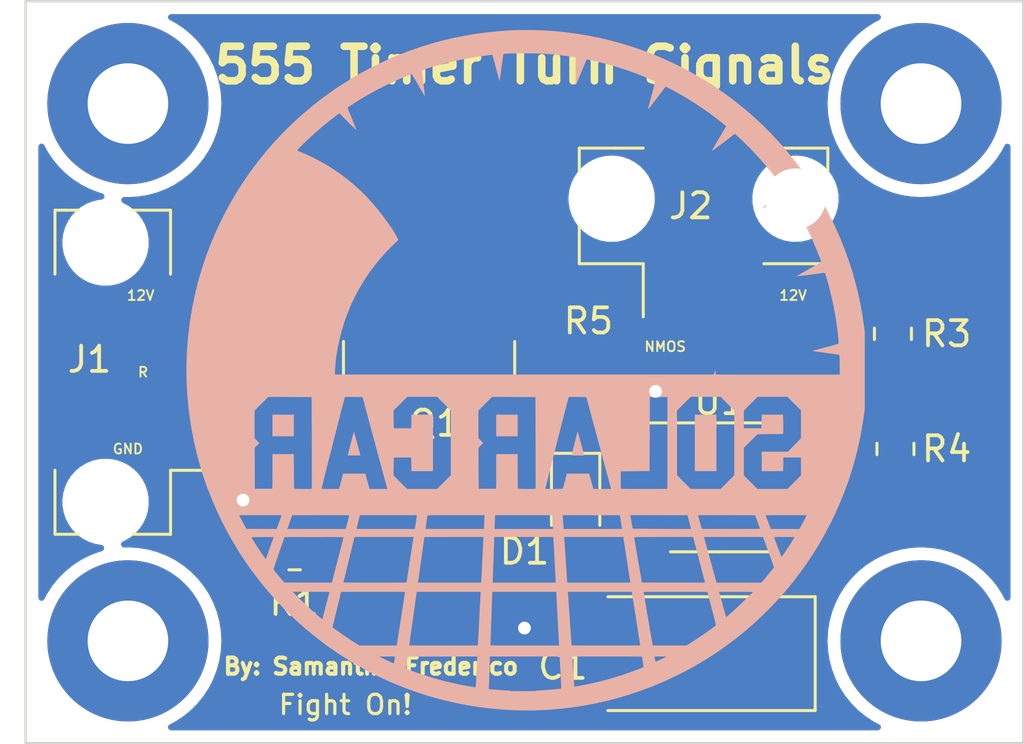
<source format=kicad_pcb>
(kicad_pcb (version 20211014) (generator pcbnew)
  (layers (0 "F.Cu" signal) (31 "B.Cu" signal) (36 "B.SilkS" user "B.Silkscreen") (37 "F.SilkS" user "F.Silkscreen") (38 "B.Mask" user) (39 "F.Mask" user) (44 "Edge.Cuts" user))
  (net 0 "")
  (net 1 "GND")
  (net 2 "Net-(D1-Pad1)")
  (net 3 "Net-(D1-Pad2)")
  (net 4 "+12V")
  (net 5 "Net-(J1-Pad2)")
  (net 6 "Net-(J2-Pad1)")
  (net 7 "Net-(R3-Pad2)")
  (net 9 "Net-(R4-Pad2)")
  (footprint "Package_TO_SOT_SMD:TO-252-2_TabPin1" (layer "F.Cu") (at 136.42 74.71 90)
    (fp_text reference "Q1" (at -4.03 0.232 180) (layer "F.SilkS"))
    (fp_text value "Q_NMOS_DGS" hide)
    (pad "1" smd rect (at 2.825 0 90) (size 7 7) (layers "F.Cu" "F.Mask") (net 6 "Net-(J2-Pad1)"))
    (pad "2" smd rect (at -4.575 -2.3 90) (size 3.5 2) (layers "F.Cu" "F.Paste" "F.Mask") (net 3 "Net-(D1-Pad2)"))
    (pad "3" smd rect (at -4.575 2.28 90) (size 3.5 2) (layers "F.Cu" "F.Paste" "F.Mask") (net 1 "GND"))
  )
  (footprint "MountingHole:MountingHole_3.2mm_M3_Pad" (layer "F.Cu") (at 124.46 87.376)
    (fp_text reference "REF**" hide)
    (fp_text value "MountingHole_3.2mm_M3_Pad" hide)
    (pad "1" thru_hole circle (at 0 0) (size 6.4 6.4) (drill 3.2) (layers *.Cu *.Mask))
  )
  (footprint "Package_SO:SOIC-8_3.9x4.9mm_P1.27mm" (layer "F.Cu") (at 147.955 81.28)
    (fp_text reference "U1" (at 0 -3.4) (layer "F.SilkS"))
    (fp_text value "NE555D" hide)
    (pad "1" smd roundrect (at -2.475 -1.905) (size 1.95 0.6) (layers "F.Cu" "F.Paste" "F.Mask") (net 1 "GND"))
    (pad "2" smd roundrect (at -2.475 -0.635) (size 1.95 0.6) (layers "F.Cu" "F.Paste" "F.Mask") (net 9 "Net-(R4-Pad2)"))
    (pad "3" smd roundrect (at -2.475 0.635) (size 1.95 0.6) (layers "F.Cu" "F.Paste" "F.Mask") (net 3 "Net-(D1-Pad2)"))
    (pad "4" smd roundrect (at -2.475 1.905) (size 1.95 0.6) (layers "F.Cu" "F.Paste" "F.Mask") (net 5 "Net-(J1-Pad2)"))
    (pad "5" smd roundrect (at 2.475 1.905) (size 1.95 0.6) (layers "F.Cu" "F.Paste" "F.Mask"))
    (pad "6" smd roundrect (at 2.475 0.635) (size 1.95 0.6) (layers "F.Cu" "F.Paste" "F.Mask") (net 9 "Net-(R4-Pad2)"))
    (pad "7" smd roundrect (at 2.475 -0.635) (size 1.95 0.6) (layers "F.Cu" "F.Paste" "F.Mask") (net 7 "Net-(R3-Pad2)"))
    (pad "8" smd roundrect (at 2.475 -1.905) (size 1.95 0.6) (layers "F.Cu" "F.Paste" "F.Mask") (net 4 "+12V"))
  )
  (footprint "Resistor_SMD:R_0805_2012Metric_Pad1.20x1.40mm_HandSolder" (layer "F.Cu") (at 131.08 83.82 180)
    (fp_text reference "R1" (at 0.016 -2.032) (layer "F.SilkS"))
    (fp_text value "10k" hide)
    (pad "1" smd roundrect (at -1 0 180) (size 1.2 1.4) (layers "F.Cu" "F.Paste" "F.Mask") (roundrect_rratio 0.208333) (net 5 "Net-(J1-Pad2)"))
    (pad "2" smd roundrect (at 1 0 180) (size 1.2 1.4) (layers "F.Cu" "F.Paste" "F.Mask") (roundrect_rratio 0.208333) (net 1 "GND"))
  )
  (footprint "LED_SMD:LED_0805_2012Metric_Pad1.15x1.40mm_HandSolder" (layer "F.Cu") (at 142.24 81.788 -90)
    (fp_text reference "D1" (at 2.032 2.032) (layer "F.SilkS"))
    (fp_text value "LED" hide)
    (pad "1" smd roundrect (at -1.025 0 270) (size 1.15 1.4) (layers "F.Cu" "F.Paste" "F.Mask") (roundrect_rratio 0.217391) (net 2 "Net-(D1-Pad1)"))
    (pad "2" smd roundrect (at 1.025 0 270) (size 1.15 1.4) (layers "F.Cu" "F.Paste" "F.Mask") (roundrect_rratio 0.217391) (net 3 "Net-(D1-Pad2)"))
  )
  (footprint "Capacitor_Tantalum_SMD:CP_EIA-7343-31_Kemet-D_Pad2.25x2.55mm_HandSolder" (layer "F.Cu") (at 147.168 87.884 180)
    (fp_text reference "C1" (at 5.436 -0.508) (layer "F.SilkS"))
    (fp_text value "100uF")
    (pad "1" smd roundrect (at -3.2 0 180) (size 2.25 2.55) (layers "F.Cu" "F.Paste" "F.Mask") (roundrect_rratio 0.111111) (net 9 "Net-(R4-Pad2)"))
    (pad "2" smd roundrect (at 3.2 0 180) (size 2.25 2.55) (layers "F.Cu" "F.Paste" "F.Mask") (roundrect_rratio 0.111111) (net 1 "GND"))
  )
  (footprint "Resistor_SMD:R_0805_2012Metric_Pad1.20x1.40mm_HandSolder" (layer "F.Cu") (at 130.556 72.136 -90)
    (fp_text reference "R2" (at 3.048 -0.508) (layer "F.SilkS"))
    (fp_text value "10k" hide)
    (pad "1" smd roundrect (at -1 0 270) (size 1.2 1.4) (layers "F.Cu" "F.Paste" "F.Mask") (roundrect_rratio 0.208333) (net 4 "+12V"))
    (pad "2" smd roundrect (at 1 0 270) (size 1.2 1.4) (layers "F.Cu" "F.Paste" "F.Mask") (roundrect_rratio 0.208333) (net 5 "Net-(J1-Pad2)"))
  )
  (footprint "Connector_Molex:Molex_Micro-Fit_3.0_43650-0321_1x03_P3.00mm_Vertical" (layer "F.Cu") (at 123.858 76.708 90)
    (fp_text reference "J1" (at 0.508 -0.922) (layer "F.SilkS"))
    (fp_text value "Conn_01x03_Female" hide)
    (pad "" np_thru_hole circle (at -5.15 -0.285 90) (size 2.41 2.41) (drill 2.41) (layers *.Cu *.Mask))
    (pad "" np_thru_hole circle (at 5.15 -0.285 90) (size 2.41 2.41) (drill 2.41) (layers *.Cu *.Mask))
    (pad "1" smd rect (at -3 3.135 90) (size 1.27 2.54) (layers "F.Cu" "F.Paste" "F.Mask") (net 1 "GND"))
    (pad "2" smd rect (at 0 3.135 90) (size 1.27 2.54) (layers "F.Cu" "F.Paste" "F.Mask") (net 5 "Net-(J1-Pad2)"))
    (pad "3" smd rect (at 3 3.135 90) (size 1.27 2.54) (layers "F.Cu" "F.Paste" "F.Mask") (net 4 "+12V"))
  )
  (footprint "Resistor_SMD:R_0805_2012Metric_Pad1.20x1.40mm_HandSolder" (layer "F.Cu") (at 154.94 79.756 -90)
    (fp_text reference "R4" (at 0 -2.032 180) (layer "F.SilkS"))
    (fp_text value "20k" hide)
    (pad "1" smd roundrect (at -1 0 270) (size 1.2 1.4) (layers "F.Cu" "F.Paste" "F.Mask") (roundrect_rratio 0.208333) (net 7 "Net-(R3-Pad2)"))
    (pad "2" smd roundrect (at 1 0 270) (size 1.2 1.4) (layers "F.Cu" "F.Paste" "F.Mask") (roundrect_rratio 0.208333) (net 9 "Net-(R4-Pad2)"))
  )
  (footprint "Connector_Molex:Molex_Micro-Fit_3.0_43650-0221_1x02_P3.00mm_Vertical" (layer "F.Cu") (at 147.32 70.104)
    (fp_text reference "J2" (at -0.508 0) (layer "F.SilkS"))
    (fp_text value "Conn_01x02_Female" hide)
    (pad "" np_thru_hole circle (at 3.65 -0.285) (size 2.41 2.41) (drill 2.41) (layers *.Cu *.Mask))
    (pad "" np_thru_hole circle (at -3.65 -0.285) (size 2.41 2.41) (drill 2.41) (layers *.Cu *.Mask))
    (pad "1" smd rect (at -1.5 3.135) (size 1.27 2.54) (layers "F.Cu" "F.Paste" "F.Mask") (net 6 "Net-(J2-Pad1)"))
    (pad "2" smd rect (at 1.5 3.135) (size 1.27 2.54) (layers "F.Cu" "F.Paste" "F.Mask") (net 4 "+12V"))
  )
  (footprint "MountingHole:MountingHole_3.2mm_M3_Pad" (layer "F.Cu") (at 124.46 66.04)
    (fp_text reference "REF**" hide)
    (fp_text value "MountingHole_3.2mm_M3_Pad" hide)
    (pad "1" thru_hole circle (at 0 0) (size 6.4 6.4) (drill 3.2) (layers *.Cu *.Mask))
  )
  (footprint "Resistor_SMD:R_0805_2012Metric_Pad1.20x1.40mm_HandSolder" (layer "F.Cu") (at 154.84 75.184 -90)
    (fp_text reference "R3" (at 0 -2.132 180) (layer "F.SilkS"))
    (fp_text value "10k" hide)
    (pad "1" smd roundrect (at -1 0 270) (size 1.2 1.4) (layers "F.Cu" "F.Paste" "F.Mask") (roundrect_rratio 0.208333) (net 4 "+12V"))
    (pad "2" smd roundrect (at 1 0 270) (size 1.2 1.4) (layers "F.Cu" "F.Paste" "F.Mask") (roundrect_rratio 0.208333) (net 7 "Net-(R3-Pad2)"))
  )
  (footprint "MountingHole:MountingHole_3.2mm_M3_Pad" (layer "F.Cu") (at 155.956 87.376)
    (fp_text reference "REF**" hide)
    (fp_text value "MountingHole_3.2mm_M3_Pad" hide)
    (pad "1" thru_hole circle (at 0 0) (size 6.4 6.4) (drill 3.2) (layers *.Cu *.Mask))
  )
  (footprint "Resistor_SMD:R_0805_2012Metric_Pad1.20x1.40mm_HandSolder" (layer "F.Cu") (at 142.748 77.216 -90)
    (fp_text reference "R5" (at -2.54 0 180) (layer "F.SilkS"))
    (fp_text value "20k" hide)
    (pad "1" smd roundrect (at -1 0 270) (size 1.2 1.4) (layers "F.Cu" "F.Paste" "F.Mask") (roundrect_rratio 0.208333) (net 1 "GND"))
    (pad "2" smd roundrect (at 1 0 270) (size 1.2 1.4) (layers "F.Cu" "F.Paste" "F.Mask") (roundrect_rratio 0.208333) (net 2 "Net-(D1-Pad1)"))
  )
  (footprint "MountingHole:MountingHole_3.2mm_M3_Pad" (layer "F.Cu") (at 155.956 66.04)
    (fp_text reference "REF**" hide)
    (fp_text value "MountingHole_3.2mm_M3_Pad" hide)
    (pad "1" thru_hole circle (at 0 0) (size 6.4 6.4) (drill 3.2) (layers *.Cu *.Mask))
  )
  (footprint "Library:background_reduced_silk_1in13" (layer "B.Cu") (at 140.208 76.708 180)
    (fp_text reference "G***" hide)
    (fp_text value "" hide)
  )
  (footprint "Library:sun+solar_mask_1in13" (layer "B.Cu") (at 140.208 76.708 180)
    (fp_text reference "G***" hide)
    (fp_text value "" hide)
  )
  (gr_rect (start 120.396 61.976) (end 160.02 91.44) (layer "Edge.Cuts") (width 0.1) (fill none))
  (gr_text "12V" (at 124.968 73.66) (layer "F.SilkS") (effects (font (size 0.3904 0.3904) (thickness 0.0738))))
  (gr_text "12V" (at 150.876 73.66) (layer "F.SilkS") (effects (font (size 0.3904 0.3904) (thickness 0.0738))))
  (gr_text "NMOS" (at 145.796 75.692) (layer "F.SilkS") (effects (font (size 0.3904 0.3904) (thickness 0.0738))))
  (gr_text "555 Timer Turn Signals" (at 140.208 64.516) (layer "F.SilkS") (effects (font (size 1.373 1.373) (thickness 0.3))))
  (gr_text "R" (at 125.062 76.708) (layer "F.SilkS") (effects (font (size 0.3904 0.3904) (thickness 0.0738))))
  (gr_text "GND" (at 124.46 79.756) (layer "F.SilkS") (effects (font (size 0.3904 0.3904) (thickness 0.0738))))
  (gr_text "Fight On!" (at 133.096 89.916) (layer "F.SilkS") (effects (font (size 0.7634 0.7634) (thickness 0.12735))))
  (gr_text "By: Samantha Frederico" (at 134.112 88.392) (layer "F.SilkS") (effects (font (size 0.6444 0.6444) (thickness 0.1611))))
  (segment (start 145.415 77.47) (end 144.161 76.216) (width 0.762) (layer "F.Cu") (net 1))
  (segment (start 130.08 82.836) (end 129.032 81.788) (width 0.762) (layer "F.Cu") (net 1))
  (segment (start 140.716 77.724) (end 142.224 76.216) (width 0.762) (layer "F.Cu") (net 1))
  (segment (start 127.087 79.843) (end 129.032 81.788) (width 0.762) (layer "F.Cu") (net 1))
  (segment (start 144.161 76.216) (end 142.748 76.216) (width 0.762) (layer "F.Cu") (net 1))
  (segment (start 142.224 76.216) (end 142.748 76.216) (width 0.762) (layer "F.Cu") (net 1))
  (segment (start 130.08 83.82) (end 130.08 82.836) (width 0.762) (layer "F.Cu") (net 1))
  (segment (start 127.087 79.708) (end 127.087 79.843) (width 0.762) (layer "F.Cu") (net 1))
  (segment (start 140.716 78.74) (end 140.716 77.724) (width 0.762) (layer "F.Cu") (net 1))
  (segment (start 145.48 79.375) (end 145.48 77.535) (width 0.762) (layer "F.Cu") (net 1))
  (segment (start 145.48 77.535) (end 145.415 77.47) (width 0.762) (layer "F.Cu") (net 1))
  (segment (start 142.952 86.868) (end 140.208 86.868) (width 0.762) (layer "F.Cu") (net 1))
  (segment (start 143.968 87.884) (end 142.952 86.868) (width 0.762) (layer "F.Cu") (net 1))
  (segment (start 138.7 79.285) (end 140.171 79.285) (width 0.762) (layer "F.Cu") (net 1))
  (segment (start 140.171 79.285) (end 140.716 78.74) (width 0.762) (layer "F.Cu") (net 1))
  (via (at 145.415 77.47) (size 1.016) (drill 0.508) (layers "F.Cu" "B.Cu") (net 1))
  (via (at 140.208 86.868) (size 1.016) (drill 0.508) (layers "F.Cu" "B.Cu") (net 1))
  (via (at 129.032 81.788) (size 1.016) (drill 0.508) (layers "F.Cu" "B.Cu") (net 1))
  (segment (start 142.748 80.255) (end 142.748 78.216) (width 0.254) (layer "F.Cu") (net 2))
  (segment (start 142.24 80.763) (end 142.748 80.255) (width 0.254) (layer "F.Cu") (net 2))
  (segment (start 143.247 82.813) (end 144.145 81.915) (width 0.254) (layer "F.Cu") (net 3))
  (segment (start 134.112 79.293) (end 134.12 79.285) (width 0.254) (layer "F.Cu") (net 3))
  (segment (start 142.24 82.813) (end 142.231 82.804) (width 0.254) (layer "F.Cu") (net 3))
  (segment (start 134.112 81.28) (end 134.112 79.293) (width 0.254) (layer "F.Cu") (net 3))
  (segment (start 142.231 82.804) (end 135.636 82.804) (width 0.254) (layer "F.Cu") (net 3))
  (segment (start 135.636 82.804) (end 134.112 81.28) (width 0.254) (layer "F.Cu") (net 3))
  (segment (start 144.145 81.915) (end 144.845 81.915) (width 0.254) (layer "F.Cu") (net 3))
  (segment (start 142.24 82.813) (end 143.247 82.813) (width 0.254) (layer "F.Cu") (net 3))
  (segment (start 150.43 77.662) (end 150.43 79.375) (width 0.762) (layer "F.Cu") (net 4))
  (segment (start 129.659 71.136) (end 130.556 71.136) (width 0.762) (layer "F.Cu") (net 4))
  (segment (start 146.812 67.056) (end 131.572 67.056) (width 0.762) (layer "F.Cu") (net 4))
  (segment (start 148.82 73.239) (end 148.82 69.064) (width 0.762) (layer "F.Cu") (net 4))
  (segment (start 148.82 69.064) (end 146.812 67.056) (width 0.762) (layer "F.Cu") (net 4))
  (segment (start 148.82 75.668) (end 148.82 73.239) (width 0.762) (layer "F.Cu") (net 4))
  (segment (start 150.622 77.47) (end 148.82 75.668) (width 0.762) (layer "F.Cu") (net 4))
  (segment (start 127.087 73.708) (end 129.659 71.136) (width 0.762) (layer "F.Cu") (net 4))
  (segment (start 154.84 74.184) (end 153.908 74.184) (width 0.762) (layer "F.Cu") (net 4))
  (segment (start 130.556 68.072) (end 130.556 71.136) (width 0.762) (layer "F.Cu") (net 4))
  (segment (start 131.572 67.056) (end 130.556 68.072) (width 0.762) (layer "F.Cu") (net 4))
  (segment (start 153.908 74.184) (end 150.622 77.47) (width 0.762) (layer "F.Cu") (net 4))
  (segment (start 150.622 77.47) (end 150.43 77.662) (width 0.762) (layer "F.Cu") (net 4))
  (segment (start 130.556 73.239) (end 130.556 73.136) (width 0.254) (layer "F.Cu") (net 5))
  (segment (start 144.78 83.185) (end 145.48 83.185) (width 0.254) (layer "F.Cu") (net 5))
  (segment (start 133.065 84.805) (end 143.225 84.805) (width 0.254) (layer "F.Cu") (net 5))
  (segment (start 129.54 78.74) (end 129.54 79.756) (width 0.254) (layer "F.Cu") (net 5))
  (segment (start 127.087 76.708) (end 127.508 76.708) (width 0.254) (layer "F.Cu") (net 5))
  (segment (start 127.087 76.708) (end 130.556 73.239) (width 0.254) (layer "F.Cu") (net 5))
  (segment (start 132.08 83.82) (end 133.065 84.805) (width 0.254) (layer "F.Cu") (net 5))
  (segment (start 129.54 79.756) (end 132.08 82.296) (width 0.254) (layer "F.Cu") (net 5))
  (segment (start 144.845 83.185) (end 143.225 84.805) (width 0.254) (layer "F.Cu") (net 5))
  (segment (start 127.508 76.708) (end 129.54 78.74) (width 0.254) (layer "F.Cu") (net 5))
  (segment (start 132.08 82.296) (end 132.08 83.82) (width 0.254) (layer "F.Cu") (net 5))
  (segment (start 137.774 73.239) (end 136.42 71.885) (width 0.254) (layer "F.Cu") (net 6))
  (segment (start 145.82 73.239) (end 137.774 73.239) (width 0.254) (layer "F.Cu") (net 6))
  (segment (start 154.84 78.656) (end 154.84 75.676) (width 0.254) (layer "F.Cu") (net 7))
  (segment (start 152.019 80.645) (end 153.908 78.756) (width 0.254) (layer "F.Cu") (net 7))
  (segment (start 154.94 78.756) (end 154.84 78.656) (width 0.254) (layer "F.Cu") (net 7))
  (segment (start 150.43 80.645) (end 152.019 80.645) (width 0.254) (layer "F.Cu") (net 7))
  (segment (start 153.908 78.756) (end 154.94 78.756) (width 0.254) (layer "F.Cu") (net 7))
  (segment (start 153.543 81.915) (end 153.781 81.915) (width 0.254) (layer "F.Cu") (net 9))
  (segment (start 148.796053 81.915) (end 150.43 81.915) (width 0.254) (layer "F.Cu") (net 9))
  (segment (start 147.526053 80.645) (end 148.796053 81.915) (width 0.254) (layer "F.Cu") (net 9))
  (segment (start 145.48 80.645) (end 147.526053 80.645) (width 0.254) (layer "F.Cu") (net 9))
  (segment (start 150.368 87.884) (end 150.368 86.6155) (width 0.254) (layer "F.Cu") (net 9))
  (segment (start 150.43 81.915) (end 153.543 81.915) (width 0.254) (layer "F.Cu") (net 9))
  (segment (start 150.368 86.6155) (end 153.543 83.4405) (width 0.254) (layer "F.Cu") (net 9))
  (segment (start 153.543 83.4405) (end 153.543 81.915) (width 0.254) (layer "F.Cu") (net 9))
  (segment (start 153.781 81.915) (end 154.94 80.756) (width 0.254) (layer "F.Cu") (net 9))
  (zone (net 1) (net_name "GND") (layer "B.Cu") (connect_pads (clearance 0.508)) (min_thickness 0.254) (fill yes (thermal_gap 0.508) (thermal_bridge_width 0.508))
    (polygon (pts (xy 160.02 91.44) (xy 120.396 91.44) (xy 120.396 61.976) (xy 160.02 61.976)))
  )
  (zone (net 1) (net_name "GND") (layer "B.Cu") (connect_pads (clearance 0.508)) (min_thickness 0.254) (fill yes (thermal_gap 0.508) (thermal_bridge_width 0.508))
    (polygon (pts (xy 158.75 88.9) (xy 119.38 88.9) (xy 119.38 64.135) (xy 158.75 64.135)))
  )
)
</source>
